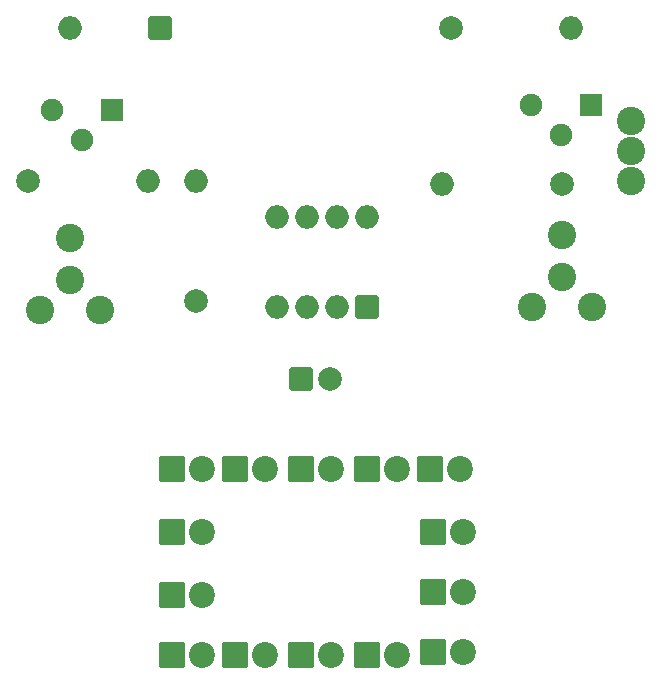
<source format=gbr>
%TF.GenerationSoftware,KiCad,Pcbnew,8.0.1*%
%TF.CreationDate,2024-04-02T10:45:20+02:00*%
%TF.ProjectId,Robo_II,526f626f-5f49-4492-9e6b-696361645f70,rev?*%
%TF.SameCoordinates,Original*%
%TF.FileFunction,Soldermask,Top*%
%TF.FilePolarity,Negative*%
%FSLAX46Y46*%
G04 Gerber Fmt 4.6, Leading zero omitted, Abs format (unit mm)*
G04 Created by KiCad (PCBNEW 8.0.1) date 2024-04-02 10:45:20*
%MOMM*%
%LPD*%
G01*
G04 APERTURE LIST*
G04 Aperture macros list*
%AMRoundRect*
0 Rectangle with rounded corners*
0 $1 Rounding radius*
0 $2 $3 $4 $5 $6 $7 $8 $9 X,Y pos of 4 corners*
0 Add a 4 corners polygon primitive as box body*
4,1,4,$2,$3,$4,$5,$6,$7,$8,$9,$2,$3,0*
0 Add four circle primitives for the rounded corners*
1,1,$1+$1,$2,$3*
1,1,$1+$1,$4,$5*
1,1,$1+$1,$6,$7*
1,1,$1+$1,$8,$9*
0 Add four rect primitives between the rounded corners*
20,1,$1+$1,$2,$3,$4,$5,0*
20,1,$1+$1,$4,$5,$6,$7,0*
20,1,$1+$1,$6,$7,$8,$9,0*
20,1,$1+$1,$8,$9,$2,$3,0*%
G04 Aperture macros list end*
%ADD10RoundRect,0.200000X-0.900000X-0.900000X0.900000X-0.900000X0.900000X0.900000X-0.900000X0.900000X0*%
%ADD11C,2.200000*%
%ADD12RoundRect,0.200000X0.750000X0.750000X-0.750000X0.750000X-0.750000X-0.750000X0.750000X-0.750000X0*%
%ADD13C,1.900000*%
%ADD14RoundRect,0.200000X-0.800000X-0.800000X0.800000X-0.800000X0.800000X0.800000X-0.800000X0.800000X0*%
%ADD15C,2.000000*%
%ADD16RoundRect,0.200000X0.800000X0.800000X-0.800000X0.800000X-0.800000X-0.800000X0.800000X-0.800000X0*%
%ADD17O,2.000000X2.000000*%
%ADD18C,2.400000*%
%ADD19RoundRect,0.200000X0.800000X-0.800000X0.800000X0.800000X-0.800000X0.800000X-0.800000X-0.800000X0*%
G04 APERTURE END LIST*
D10*
%TO.C,D1*%
X59690000Y-89662000D03*
D11*
X62230000Y-89662000D03*
%TD*%
D10*
%TO.C,D2*%
X65024000Y-89662000D03*
D11*
X67564000Y-89662000D03*
%TD*%
D10*
%TO.C,D4*%
X70612000Y-89662000D03*
D11*
X73152000Y-89662000D03*
%TD*%
D10*
%TO.C,D5*%
X76200000Y-89662000D03*
D11*
X78740000Y-89662000D03*
%TD*%
D10*
%TO.C,D6*%
X81534000Y-89662000D03*
D11*
X84074000Y-89662000D03*
%TD*%
D10*
%TO.C,D7*%
X81788000Y-94996000D03*
D11*
X84328000Y-94996000D03*
%TD*%
D10*
%TO.C,D8*%
X81788000Y-100076000D03*
D11*
X84328000Y-100076000D03*
%TD*%
D10*
%TO.C,D9*%
X81788000Y-105156000D03*
D11*
X84328000Y-105156000D03*
%TD*%
D10*
%TO.C,D10*%
X76200000Y-105410000D03*
D11*
X78740000Y-105410000D03*
%TD*%
D10*
%TO.C,D11*%
X70612000Y-105410000D03*
D11*
X73152000Y-105410000D03*
%TD*%
D10*
%TO.C,D12*%
X65024000Y-105410000D03*
D11*
X67564000Y-105410000D03*
%TD*%
D10*
%TO.C,D13*%
X59690000Y-105410000D03*
D11*
X62230000Y-105410000D03*
%TD*%
D10*
%TO.C,D14*%
X59690000Y-100330000D03*
D11*
X62230000Y-100330000D03*
%TD*%
D10*
%TO.C,D15*%
X59690000Y-94996000D03*
D11*
X62230000Y-94996000D03*
%TD*%
D12*
%TO.C,T1*%
X95210000Y-58890000D03*
D13*
X92670000Y-61430000D03*
X90130000Y-58890000D03*
%TD*%
D12*
%TO.C,T2*%
X54610000Y-59250000D03*
D13*
X52070000Y-61790000D03*
X49530000Y-59250000D03*
%TD*%
D14*
%TO.C,C1*%
X70612000Y-82042000D03*
D15*
X73112000Y-82042000D03*
%TD*%
D16*
%TO.C,D3*%
X58674000Y-52324000D03*
D17*
X51054000Y-52324000D03*
%TD*%
D18*
%TO.C,P1*%
X48514000Y-76200000D03*
X53594000Y-76200000D03*
X51054000Y-70104000D03*
X51054000Y-73660000D03*
%TD*%
%TO.C,P2*%
X90170000Y-75946000D03*
X95250000Y-75946000D03*
X92710000Y-69850000D03*
X92710000Y-73406000D03*
%TD*%
D15*
%TO.C,R3*%
X61722000Y-75438000D03*
D17*
X61722000Y-65278000D03*
%TD*%
D15*
%TO.C,R4*%
X83312000Y-52324000D03*
D17*
X93472000Y-52324000D03*
%TD*%
D15*
%TO.C,R5*%
X92710000Y-65532000D03*
D17*
X82550000Y-65532000D03*
%TD*%
D15*
%TO.C,R6*%
X47498000Y-65278000D03*
D17*
X57658000Y-65278000D03*
%TD*%
D18*
%TO.C,S1*%
X98552000Y-60198000D03*
X98552000Y-62738000D03*
X98552000Y-65278000D03*
%TD*%
D19*
%TO.C,U1*%
X76200000Y-75946000D03*
D17*
X73660000Y-75946000D03*
X71120000Y-75946000D03*
X68580000Y-75946000D03*
X68580000Y-68326000D03*
X71120000Y-68326000D03*
X73660000Y-68326000D03*
X76200000Y-68326000D03*
%TD*%
M02*

</source>
